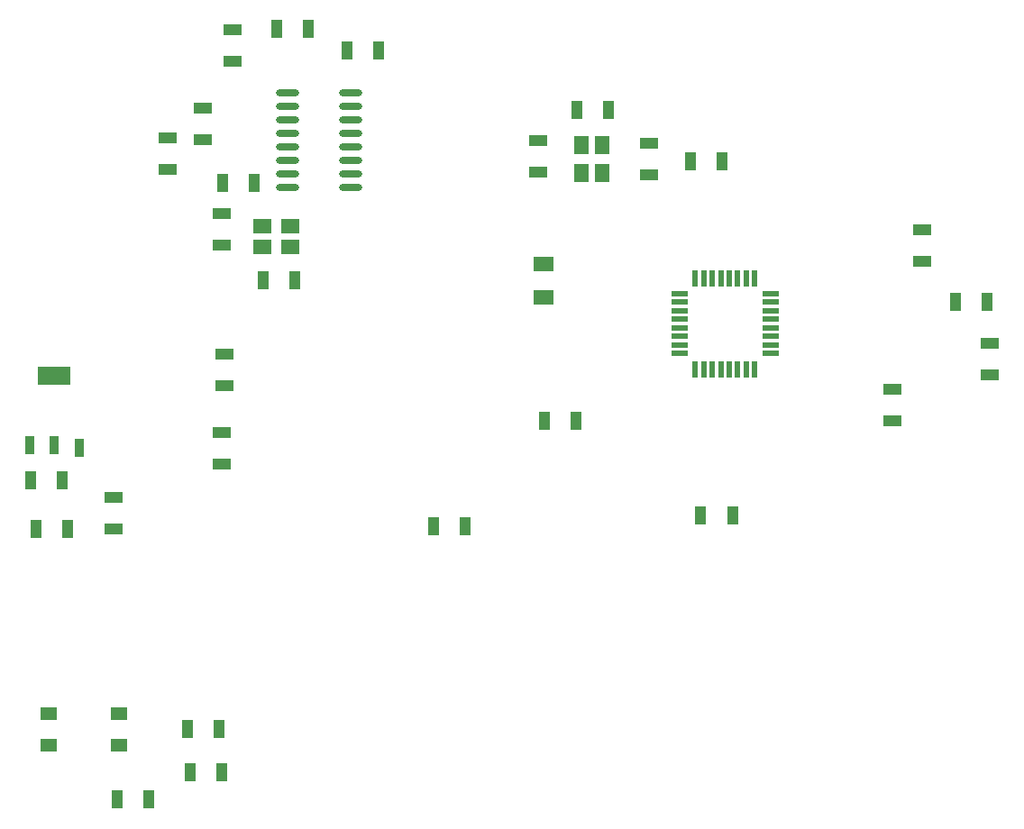
<source format=gtp>
G04*
G04 #@! TF.GenerationSoftware,Altium Limited,Altium Designer,24.1.2 (44)*
G04*
G04 Layer_Color=8421504*
%FSLAX44Y44*%
%MOMM*%
G71*
G04*
G04 #@! TF.SameCoordinates,A56E43B2-B914-4F06-BF03-FB78D576DE16*
G04*
G04*
G04 #@! TF.FilePolarity,Positive*
G04*
G01*
G75*
%ADD19R,1.1176X1.8034*%
%ADD20R,1.8034X1.1176*%
%ADD21R,1.4000X1.8000*%
%ADD22O,2.2000X0.6096*%
%ADD23R,1.5000X1.2000*%
%ADD24R,1.8542X1.3716*%
%ADD25R,0.5080X1.6500*%
%ADD26R,1.6500X0.5080*%
%ADD27R,0.8382X1.7000*%
%ADD28R,3.0988X1.7000*%
%ADD29R,1.8000X1.4000*%
D19*
X665734Y650240D02*
D03*
X695706D02*
D03*
X559054Y698500D02*
D03*
X589026D02*
D03*
X294386Y538480D02*
D03*
X264414D02*
D03*
X51054Y304800D02*
D03*
X81026D02*
D03*
X454660Y307340D02*
D03*
X424688D02*
D03*
X223266Y116840D02*
D03*
X193294D02*
D03*
X127254Y50800D02*
D03*
X157226D02*
D03*
X558546Y406400D02*
D03*
X528574D02*
D03*
X675640Y317500D02*
D03*
X705612D02*
D03*
X277114Y774700D02*
D03*
X307086D02*
D03*
X914654Y518160D02*
D03*
X944626D02*
D03*
X226314Y629920D02*
D03*
X256286D02*
D03*
X225806Y76200D02*
D03*
X195834D02*
D03*
X45974Y350520D02*
D03*
X75946D02*
D03*
X373126Y754380D02*
D03*
X343154D02*
D03*
D20*
X627380Y667512D02*
D03*
Y637540D02*
D03*
X523240Y640334D02*
D03*
Y670306D02*
D03*
X226060Y395986D02*
D03*
Y366014D02*
D03*
X947420Y449834D02*
D03*
Y479806D02*
D03*
X226060Y571754D02*
D03*
Y601726D02*
D03*
X883920Y586486D02*
D03*
Y556514D02*
D03*
X855980Y406654D02*
D03*
Y436626D02*
D03*
X236220Y774446D02*
D03*
Y744474D02*
D03*
X175260Y672592D02*
D03*
Y642620D02*
D03*
X208280Y670814D02*
D03*
Y700786D02*
D03*
X228600Y469646D02*
D03*
Y439674D02*
D03*
X124460Y335026D02*
D03*
Y305054D02*
D03*
D21*
X563840Y639580D02*
D03*
X583240Y665980D02*
D03*
Y639580D02*
D03*
X563840Y665980D02*
D03*
D22*
X287782Y715010D02*
D03*
Y702310D02*
D03*
Y689610D02*
D03*
Y676910D02*
D03*
Y664210D02*
D03*
Y651510D02*
D03*
Y638810D02*
D03*
Y626110D02*
D03*
X347218D02*
D03*
Y638810D02*
D03*
Y651510D02*
D03*
Y664210D02*
D03*
Y676910D02*
D03*
Y689610D02*
D03*
Y702310D02*
D03*
Y715010D02*
D03*
D23*
X63520Y131840D02*
D03*
X129520Y101840D02*
D03*
Y131840D02*
D03*
X63520Y101840D02*
D03*
D24*
X528320Y522859D02*
D03*
Y554101D02*
D03*
D25*
X726440Y540640D02*
D03*
X718566D02*
D03*
X710438D02*
D03*
X702564D02*
D03*
X694436D02*
D03*
X686562D02*
D03*
X678434D02*
D03*
X670560D02*
D03*
Y455040D02*
D03*
X678434D02*
D03*
X686562D02*
D03*
X694436D02*
D03*
X702564D02*
D03*
X710438D02*
D03*
X718566D02*
D03*
X726440D02*
D03*
D26*
X655700Y526270D02*
D03*
Y518396D02*
D03*
Y510268D02*
D03*
Y502394D02*
D03*
Y494266D02*
D03*
Y486392D02*
D03*
Y478264D02*
D03*
Y470390D02*
D03*
X741300D02*
D03*
Y478264D02*
D03*
Y486392D02*
D03*
Y494266D02*
D03*
Y502394D02*
D03*
Y510268D02*
D03*
Y518396D02*
D03*
Y526270D02*
D03*
D27*
X91694Y381560D02*
D03*
X68580Y384060D02*
D03*
X45466D02*
D03*
D28*
X68580Y449060D02*
D03*
D29*
X263660Y589320D02*
D03*
X290060Y569920D02*
D03*
X263660D02*
D03*
X290060Y589320D02*
D03*
M02*

</source>
